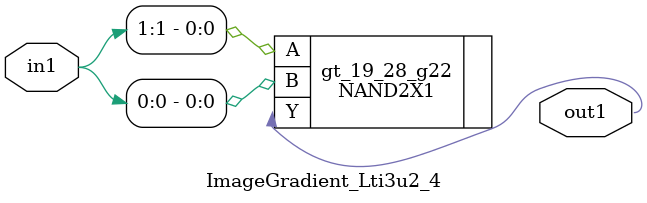
<source format=v>
`timescale 1ps / 1ps


module ImageGradient_Lti3u2_4(in1, out1);
  input [1:0] in1;
  output out1;
  wire [1:0] in1;
  wire out1;
  NAND2X1 gt_19_28_g22(.A (in1[1]), .B (in1[0]), .Y (out1));
endmodule



</source>
